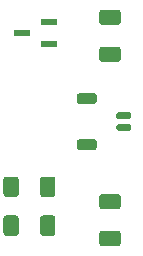
<source format=gbr>
%TF.GenerationSoftware,KiCad,Pcbnew,(5.1.8)-1*%
%TF.CreationDate,2021-05-26T18:46:05+02:00*%
%TF.ProjectId,powerpack,706f7765-7270-4616-936b-2e6b69636164,rev?*%
%TF.SameCoordinates,Original*%
%TF.FileFunction,Paste,Top*%
%TF.FilePolarity,Positive*%
%FSLAX46Y46*%
G04 Gerber Fmt 4.6, Leading zero omitted, Abs format (unit mm)*
G04 Created by KiCad (PCBNEW (5.1.8)-1) date 2021-05-26 18:46:05*
%MOMM*%
%LPD*%
G01*
G04 APERTURE LIST*
%ADD10R,1.380000X0.600000*%
G04 APERTURE END LIST*
%TO.C,R2*%
G36*
G01*
X175075001Y-44080001D02*
X175075001Y-42830001D01*
G75*
G02*
X175325001Y-42580001I250000J0D01*
G01*
X176125001Y-42580001D01*
G75*
G02*
X176375001Y-42830001I0J-250000D01*
G01*
X176375001Y-44080001D01*
G75*
G02*
X176125001Y-44330001I-250000J0D01*
G01*
X175325001Y-44330001D01*
G75*
G02*
X175075001Y-44080001I0J250000D01*
G01*
G37*
G36*
G01*
X171975001Y-44080001D02*
X171975001Y-42830001D01*
G75*
G02*
X172225001Y-42580001I250000J0D01*
G01*
X173025001Y-42580001D01*
G75*
G02*
X173275001Y-42830001I0J-250000D01*
G01*
X173275001Y-44080001D01*
G75*
G02*
X173025001Y-44330001I-250000J0D01*
G01*
X172225001Y-44330001D01*
G75*
G02*
X171975001Y-44080001I0J250000D01*
G01*
G37*
%TD*%
%TO.C,R1*%
G36*
G01*
X175075001Y-40790001D02*
X175075001Y-39540001D01*
G75*
G02*
X175325001Y-39290001I250000J0D01*
G01*
X176125001Y-39290001D01*
G75*
G02*
X176375001Y-39540001I0J-250000D01*
G01*
X176375001Y-40790001D01*
G75*
G02*
X176125001Y-41040001I-250000J0D01*
G01*
X175325001Y-41040001D01*
G75*
G02*
X175075001Y-40790001I0J250000D01*
G01*
G37*
G36*
G01*
X171975001Y-40790001D02*
X171975001Y-39540001D01*
G75*
G02*
X172225001Y-39290001I250000J0D01*
G01*
X173025001Y-39290001D01*
G75*
G02*
X173275001Y-39540001I0J-250000D01*
G01*
X173275001Y-40790001D01*
G75*
G02*
X173025001Y-41040001I-250000J0D01*
G01*
X172225001Y-41040001D01*
G75*
G02*
X171975001Y-40790001I0J250000D01*
G01*
G37*
%TD*%
D10*
%TO.C,U1*%
X173510800Y-27127200D03*
X175840800Y-26177200D03*
X175840800Y-28077200D03*
%TD*%
%TO.C,C1*%
G36*
G01*
X180349997Y-43876800D02*
X181650003Y-43876800D01*
G75*
G02*
X181900000Y-44126797I0J-249997D01*
G01*
X181900000Y-44951803D01*
G75*
G02*
X181650003Y-45201800I-249997J0D01*
G01*
X180349997Y-45201800D01*
G75*
G02*
X180100000Y-44951803I0J249997D01*
G01*
X180100000Y-44126797D01*
G75*
G02*
X180349997Y-43876800I249997J0D01*
G01*
G37*
G36*
G01*
X180349997Y-40751800D02*
X181650003Y-40751800D01*
G75*
G02*
X181900000Y-41001797I0J-249997D01*
G01*
X181900000Y-41826803D01*
G75*
G02*
X181650003Y-42076800I-249997J0D01*
G01*
X180349997Y-42076800D01*
G75*
G02*
X180100000Y-41826803I0J249997D01*
G01*
X180100000Y-41001797D01*
G75*
G02*
X180349997Y-40751800I249997J0D01*
G01*
G37*
%TD*%
%TO.C,C2*%
G36*
G01*
X180349997Y-25156200D02*
X181650003Y-25156200D01*
G75*
G02*
X181900000Y-25406197I0J-249997D01*
G01*
X181900000Y-26231203D01*
G75*
G02*
X181650003Y-26481200I-249997J0D01*
G01*
X180349997Y-26481200D01*
G75*
G02*
X180100000Y-26231203I0J249997D01*
G01*
X180100000Y-25406197D01*
G75*
G02*
X180349997Y-25156200I249997J0D01*
G01*
G37*
G36*
G01*
X180349997Y-28281200D02*
X181650003Y-28281200D01*
G75*
G02*
X181900000Y-28531197I0J-249997D01*
G01*
X181900000Y-29356203D01*
G75*
G02*
X181650003Y-29606200I-249997J0D01*
G01*
X180349997Y-29606200D01*
G75*
G02*
X180100000Y-29356203I0J249997D01*
G01*
X180100000Y-28531197D01*
G75*
G02*
X180349997Y-28281200I249997J0D01*
G01*
G37*
%TD*%
%TO.C,J1*%
G36*
G01*
X181692400Y-33845600D02*
X182642400Y-33845600D01*
G75*
G02*
X182792400Y-33995600I0J-150000D01*
G01*
X182792400Y-34295600D01*
G75*
G02*
X182642400Y-34445600I-150000J0D01*
G01*
X181692400Y-34445600D01*
G75*
G02*
X181542400Y-34295600I0J150000D01*
G01*
X181542400Y-33995600D01*
G75*
G02*
X181692400Y-33845600I150000J0D01*
G01*
G37*
G36*
G01*
X181692400Y-34845600D02*
X182642400Y-34845600D01*
G75*
G02*
X182792400Y-34995600I0J-150000D01*
G01*
X182792400Y-35295600D01*
G75*
G02*
X182642400Y-35445600I-150000J0D01*
G01*
X181692400Y-35445600D01*
G75*
G02*
X181542400Y-35295600I0J150000D01*
G01*
X181542400Y-34995600D01*
G75*
G02*
X181692400Y-34845600I150000J0D01*
G01*
G37*
G36*
G01*
X178417400Y-32245600D02*
X179667400Y-32245600D01*
G75*
G02*
X179892400Y-32470600I0J-225000D01*
G01*
X179892400Y-32920600D01*
G75*
G02*
X179667400Y-33145600I-225000J0D01*
G01*
X178417400Y-33145600D01*
G75*
G02*
X178192400Y-32920600I0J225000D01*
G01*
X178192400Y-32470600D01*
G75*
G02*
X178417400Y-32245600I225000J0D01*
G01*
G37*
G36*
G01*
X178417400Y-36145600D02*
X179667400Y-36145600D01*
G75*
G02*
X179892400Y-36370600I0J-225000D01*
G01*
X179892400Y-36820600D01*
G75*
G02*
X179667400Y-37045600I-225000J0D01*
G01*
X178417400Y-37045600D01*
G75*
G02*
X178192400Y-36820600I0J225000D01*
G01*
X178192400Y-36370600D01*
G75*
G02*
X178417400Y-36145600I225000J0D01*
G01*
G37*
%TD*%
M02*

</source>
